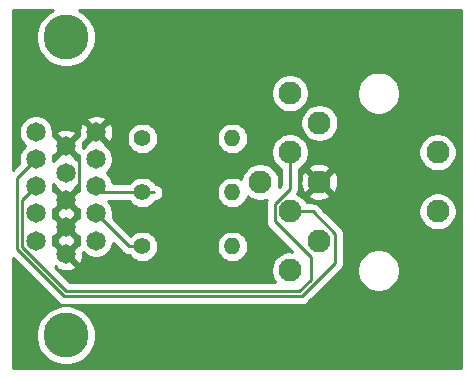
<source format=gbr>
G04 #@! TF.GenerationSoftware,KiCad,Pcbnew,(5.1.8-0-10_14)*
G04 #@! TF.CreationDate,2021-12-04T19:30:23-07:00*
G04 #@! TF.ProjectId,PC8801mkII VGA,50433838-3031-46d6-9b49-49205647412e,rev?*
G04 #@! TF.SameCoordinates,Original*
G04 #@! TF.FileFunction,Copper,L2,Bot*
G04 #@! TF.FilePolarity,Positive*
%FSLAX46Y46*%
G04 Gerber Fmt 4.6, Leading zero omitted, Abs format (unit mm)*
G04 Created by KiCad (PCBNEW (5.1.8-0-10_14)) date 2021-12-04 19:30:23*
%MOMM*%
%LPD*%
G01*
G04 APERTURE LIST*
G04 #@! TA.AperFunction,ComponentPad*
%ADD10C,1.651000*%
G04 #@! TD*
G04 #@! TA.AperFunction,ComponentPad*
%ADD11C,3.810000*%
G04 #@! TD*
G04 #@! TA.AperFunction,ComponentPad*
%ADD12O,1.400000X1.400000*%
G04 #@! TD*
G04 #@! TA.AperFunction,ComponentPad*
%ADD13C,1.400000*%
G04 #@! TD*
G04 #@! TA.AperFunction,ComponentPad*
%ADD14C,1.950000*%
G04 #@! TD*
G04 #@! TA.AperFunction,ViaPad*
%ADD15C,0.800000*%
G04 #@! TD*
G04 #@! TA.AperFunction,Conductor*
%ADD16C,0.250000*%
G04 #@! TD*
G04 #@! TA.AperFunction,Conductor*
%ADD17C,0.254000*%
G04 #@! TD*
G04 #@! TA.AperFunction,Conductor*
%ADD18C,0.100000*%
G04 #@! TD*
G04 APERTURE END LIST*
D10*
X177927000Y-103124000D03*
X177927000Y-105414000D03*
X177927000Y-107704001D03*
X177927000Y-109993999D03*
X177927000Y-112283999D03*
X180467000Y-104267000D03*
X180467000Y-106557000D03*
X180467000Y-108847001D03*
X180467000Y-111136999D03*
X180467000Y-113426999D03*
X183007000Y-103124000D03*
X183007000Y-105414064D03*
X183007000Y-107704128D03*
X183007000Y-109994192D03*
X183007000Y-112284256D03*
D11*
X180467000Y-95072200D03*
X180467000Y-120319800D03*
D12*
X194564000Y-103632000D03*
D13*
X186944000Y-103632000D03*
X186944000Y-112776000D03*
D12*
X194564000Y-112776000D03*
X194564000Y-108204000D03*
D13*
X186944000Y-108204000D03*
D14*
X201930000Y-107315000D03*
X199430000Y-109815000D03*
X201930000Y-102315000D03*
X199430000Y-104815000D03*
X201930000Y-112315000D03*
X211930000Y-109815000D03*
X211930000Y-104815000D03*
X199430000Y-99815000D03*
X199430000Y-114815000D03*
X196930000Y-107315000D03*
D15*
X187198000Y-110617000D03*
X187071000Y-105918000D03*
X187071000Y-101346000D03*
D16*
X177101501Y-106239499D02*
X177927000Y-105414000D01*
X176326489Y-113022640D02*
X176326489Y-107014511D01*
X200426802Y-117015020D02*
X180318868Y-117015019D01*
X203230001Y-114211821D02*
X200426802Y-117015020D01*
X201354002Y-109815000D02*
X203230001Y-111690999D01*
X176326489Y-107014511D02*
X177101501Y-106239499D01*
X180318868Y-117015019D02*
X176326489Y-113022640D01*
X203230001Y-111690999D02*
X203230001Y-114211821D01*
X199430000Y-109815000D02*
X201354002Y-109815000D01*
X176776499Y-112836240D02*
X176776499Y-108854502D01*
X180505269Y-116565010D02*
X176776499Y-112836240D01*
X200240402Y-116565010D02*
X180505269Y-116565010D01*
X201180010Y-115625402D02*
X200240402Y-116565010D01*
X201180011Y-113675601D02*
X201180010Y-115625402D01*
X177101501Y-108529500D02*
X177927000Y-107704001D01*
X176776499Y-108854502D02*
X177101501Y-108529500D01*
X199430000Y-104815000D02*
X199430000Y-107890998D01*
X198129999Y-110625589D02*
X201180011Y-113675601D01*
X198129999Y-109190999D02*
X198129999Y-110625589D01*
X199430000Y-107890998D02*
X198129999Y-109190999D01*
X181292499Y-105092499D02*
X180467000Y-104267000D01*
X181617501Y-105417501D02*
X181292499Y-105092499D01*
X181617501Y-107696500D02*
X181617501Y-105417501D01*
X180467000Y-108847001D02*
X181617501Y-107696500D01*
X185788808Y-112776000D02*
X183007000Y-109994192D01*
X186944000Y-112776000D02*
X185788808Y-112776000D01*
X183506872Y-108204000D02*
X183007000Y-107704128D01*
X187960000Y-108204000D02*
X183506872Y-108204000D01*
D17*
X179263859Y-92821281D02*
X178847844Y-93099253D01*
X178494053Y-93453044D01*
X178216081Y-93869059D01*
X178024611Y-94331309D01*
X177927000Y-94822032D01*
X177927000Y-95322368D01*
X178024611Y-95813091D01*
X178216081Y-96275341D01*
X178494053Y-96691356D01*
X178847844Y-97045147D01*
X179263859Y-97323119D01*
X179726109Y-97514589D01*
X180216832Y-97612200D01*
X180717168Y-97612200D01*
X181207891Y-97514589D01*
X181670141Y-97323119D01*
X182086156Y-97045147D01*
X182439947Y-96691356D01*
X182717919Y-96275341D01*
X182909389Y-95813091D01*
X183007000Y-95322368D01*
X183007000Y-94822032D01*
X182909389Y-94331309D01*
X182717919Y-93869059D01*
X182439947Y-93453044D01*
X182086156Y-93099253D01*
X181670141Y-92821281D01*
X181582551Y-92785000D01*
X213920001Y-92785000D01*
X213920000Y-123115000D01*
X175970000Y-123115000D01*
X175970000Y-120069632D01*
X177927000Y-120069632D01*
X177927000Y-120569968D01*
X178024611Y-121060691D01*
X178216081Y-121522941D01*
X178494053Y-121938956D01*
X178847844Y-122292747D01*
X179263859Y-122570719D01*
X179726109Y-122762189D01*
X180216832Y-122859800D01*
X180717168Y-122859800D01*
X181207891Y-122762189D01*
X181670141Y-122570719D01*
X182086156Y-122292747D01*
X182439947Y-121938956D01*
X182717919Y-121522941D01*
X182909389Y-121060691D01*
X183007000Y-120569968D01*
X183007000Y-120069632D01*
X182909389Y-119578909D01*
X182717919Y-119116659D01*
X182439947Y-118700644D01*
X182086156Y-118346853D01*
X181670141Y-118068881D01*
X181207891Y-117877411D01*
X180717168Y-117779800D01*
X180216832Y-117779800D01*
X179726109Y-117877411D01*
X179263859Y-118068881D01*
X178847844Y-118346853D01*
X178494053Y-118700644D01*
X178216081Y-119116659D01*
X178024611Y-119578909D01*
X177927000Y-120069632D01*
X175970000Y-120069632D01*
X175970000Y-113740952D01*
X179755073Y-117526026D01*
X179778867Y-117555019D01*
X179807860Y-117578813D01*
X179807865Y-117578818D01*
X179894592Y-117649993D01*
X180026621Y-117720565D01*
X180169882Y-117764022D01*
X180318868Y-117778696D01*
X180356211Y-117775018D01*
X200389480Y-117775020D01*
X200426802Y-117778696D01*
X200464124Y-117775020D01*
X200464134Y-117775020D01*
X200575787Y-117764023D01*
X200719048Y-117720566D01*
X200719052Y-117720564D01*
X200851078Y-117649994D01*
X200937804Y-117578819D01*
X200937805Y-117578818D01*
X200966802Y-117555021D01*
X200990600Y-117526023D01*
X203741004Y-114775620D01*
X203770002Y-114751822D01*
X203825268Y-114684480D01*
X203864975Y-114636098D01*
X203865953Y-114634268D01*
X205095000Y-114634268D01*
X205095000Y-114995732D01*
X205165518Y-115350250D01*
X205303844Y-115684199D01*
X205504662Y-115984744D01*
X205760256Y-116240338D01*
X206060801Y-116441156D01*
X206394750Y-116579482D01*
X206749268Y-116650000D01*
X207110732Y-116650000D01*
X207465250Y-116579482D01*
X207799199Y-116441156D01*
X208099744Y-116240338D01*
X208355338Y-115984744D01*
X208556156Y-115684199D01*
X208694482Y-115350250D01*
X208765000Y-114995732D01*
X208765000Y-114634268D01*
X208694482Y-114279750D01*
X208556156Y-113945801D01*
X208355338Y-113645256D01*
X208099744Y-113389662D01*
X207799199Y-113188844D01*
X207465250Y-113050518D01*
X207110732Y-112980000D01*
X206749268Y-112980000D01*
X206394750Y-113050518D01*
X206060801Y-113188844D01*
X205760256Y-113389662D01*
X205504662Y-113645256D01*
X205303844Y-113945801D01*
X205165518Y-114279750D01*
X205095000Y-114634268D01*
X203865953Y-114634268D01*
X203935547Y-114504068D01*
X203979004Y-114360807D01*
X203990001Y-114249154D01*
X203990001Y-114249145D01*
X203993677Y-114211822D01*
X203990001Y-114174499D01*
X203990001Y-111728321D01*
X203993677Y-111690998D01*
X203990001Y-111653675D01*
X203990001Y-111653666D01*
X203979004Y-111542013D01*
X203935547Y-111398752D01*
X203864975Y-111266723D01*
X203770002Y-111150998D01*
X203741005Y-111127201D01*
X202270233Y-109656429D01*
X210320000Y-109656429D01*
X210320000Y-109973571D01*
X210381871Y-110284620D01*
X210503237Y-110577621D01*
X210679431Y-110841315D01*
X210903685Y-111065569D01*
X211167379Y-111241763D01*
X211460380Y-111363129D01*
X211771429Y-111425000D01*
X212088571Y-111425000D01*
X212399620Y-111363129D01*
X212692621Y-111241763D01*
X212956315Y-111065569D01*
X213180569Y-110841315D01*
X213356763Y-110577621D01*
X213478129Y-110284620D01*
X213540000Y-109973571D01*
X213540000Y-109656429D01*
X213478129Y-109345380D01*
X213356763Y-109052379D01*
X213180569Y-108788685D01*
X212956315Y-108564431D01*
X212692621Y-108388237D01*
X212399620Y-108266871D01*
X212088571Y-108205000D01*
X211771429Y-108205000D01*
X211460380Y-108266871D01*
X211167379Y-108388237D01*
X210903685Y-108564431D01*
X210679431Y-108788685D01*
X210503237Y-109052379D01*
X210381871Y-109345380D01*
X210320000Y-109656429D01*
X202270233Y-109656429D01*
X201917806Y-109304003D01*
X201894003Y-109274999D01*
X201778278Y-109180026D01*
X201646249Y-109109454D01*
X201502988Y-109065997D01*
X201391335Y-109055000D01*
X201391324Y-109055000D01*
X201354002Y-109051324D01*
X201316680Y-109055000D01*
X200857849Y-109055000D01*
X200856763Y-109052379D01*
X200680569Y-108788685D01*
X200456315Y-108564431D01*
X200258992Y-108432584D01*
X200992021Y-108432584D01*
X201084766Y-108694429D01*
X201370120Y-108832820D01*
X201676990Y-108912883D01*
X201993584Y-108931540D01*
X202307733Y-108888074D01*
X202607367Y-108784156D01*
X202775234Y-108694429D01*
X202867979Y-108432584D01*
X201930000Y-107494605D01*
X200992021Y-108432584D01*
X200258992Y-108432584D01*
X200192621Y-108388237D01*
X200052670Y-108330267D01*
X200064974Y-108315275D01*
X200135546Y-108183245D01*
X200151693Y-108130013D01*
X200179003Y-108039984D01*
X200190000Y-107928331D01*
X200190000Y-107928322D01*
X200193676Y-107890999D01*
X200190000Y-107853676D01*
X200190000Y-107378584D01*
X200313460Y-107378584D01*
X200356926Y-107692733D01*
X200460844Y-107992367D01*
X200550571Y-108160234D01*
X200812416Y-108252979D01*
X201750395Y-107315000D01*
X202109605Y-107315000D01*
X203047584Y-108252979D01*
X203309429Y-108160234D01*
X203447820Y-107874880D01*
X203527883Y-107568010D01*
X203546540Y-107251416D01*
X203503074Y-106937267D01*
X203399156Y-106637633D01*
X203309429Y-106469766D01*
X203047584Y-106377021D01*
X202109605Y-107315000D01*
X201750395Y-107315000D01*
X200812416Y-106377021D01*
X200550571Y-106469766D01*
X200412180Y-106755120D01*
X200332117Y-107061990D01*
X200313460Y-107378584D01*
X200190000Y-107378584D01*
X200190000Y-106242849D01*
X200192621Y-106241763D01*
X200258991Y-106197416D01*
X200992021Y-106197416D01*
X201930000Y-107135395D01*
X202867979Y-106197416D01*
X202775234Y-105935571D01*
X202489880Y-105797180D01*
X202183010Y-105717117D01*
X201866416Y-105698460D01*
X201552267Y-105741926D01*
X201252633Y-105845844D01*
X201084766Y-105935571D01*
X200992021Y-106197416D01*
X200258991Y-106197416D01*
X200456315Y-106065569D01*
X200680569Y-105841315D01*
X200856763Y-105577621D01*
X200978129Y-105284620D01*
X201040000Y-104973571D01*
X201040000Y-104656429D01*
X210320000Y-104656429D01*
X210320000Y-104973571D01*
X210381871Y-105284620D01*
X210503237Y-105577621D01*
X210679431Y-105841315D01*
X210903685Y-106065569D01*
X211167379Y-106241763D01*
X211460380Y-106363129D01*
X211771429Y-106425000D01*
X212088571Y-106425000D01*
X212399620Y-106363129D01*
X212692621Y-106241763D01*
X212956315Y-106065569D01*
X213180569Y-105841315D01*
X213356763Y-105577621D01*
X213478129Y-105284620D01*
X213540000Y-104973571D01*
X213540000Y-104656429D01*
X213478129Y-104345380D01*
X213356763Y-104052379D01*
X213180569Y-103788685D01*
X212956315Y-103564431D01*
X212692621Y-103388237D01*
X212399620Y-103266871D01*
X212088571Y-103205000D01*
X211771429Y-103205000D01*
X211460380Y-103266871D01*
X211167379Y-103388237D01*
X210903685Y-103564431D01*
X210679431Y-103788685D01*
X210503237Y-104052379D01*
X210381871Y-104345380D01*
X210320000Y-104656429D01*
X201040000Y-104656429D01*
X200978129Y-104345380D01*
X200856763Y-104052379D01*
X200680569Y-103788685D01*
X200456315Y-103564431D01*
X200192621Y-103388237D01*
X199899620Y-103266871D01*
X199588571Y-103205000D01*
X199271429Y-103205000D01*
X198960380Y-103266871D01*
X198667379Y-103388237D01*
X198403685Y-103564431D01*
X198179431Y-103788685D01*
X198003237Y-104052379D01*
X197881871Y-104345380D01*
X197820000Y-104656429D01*
X197820000Y-104973571D01*
X197881871Y-105284620D01*
X198003237Y-105577621D01*
X198179431Y-105841315D01*
X198403685Y-106065569D01*
X198667379Y-106241763D01*
X198670000Y-106242849D01*
X198670001Y-107576195D01*
X198482239Y-107763957D01*
X198540000Y-107473571D01*
X198540000Y-107156429D01*
X198478129Y-106845380D01*
X198356763Y-106552379D01*
X198180569Y-106288685D01*
X197956315Y-106064431D01*
X197692621Y-105888237D01*
X197399620Y-105766871D01*
X197088571Y-105705000D01*
X196771429Y-105705000D01*
X196460380Y-105766871D01*
X196167379Y-105888237D01*
X195903685Y-106064431D01*
X195679431Y-106288685D01*
X195503237Y-106552379D01*
X195381871Y-106845380D01*
X195329284Y-107109756D01*
X195196359Y-107020939D01*
X194953405Y-106920304D01*
X194695486Y-106869000D01*
X194432514Y-106869000D01*
X194174595Y-106920304D01*
X193931641Y-107020939D01*
X193712987Y-107167038D01*
X193527038Y-107352987D01*
X193380939Y-107571641D01*
X193280304Y-107814595D01*
X193229000Y-108072514D01*
X193229000Y-108335486D01*
X193280304Y-108593405D01*
X193380939Y-108836359D01*
X193527038Y-109055013D01*
X193712987Y-109240962D01*
X193931641Y-109387061D01*
X194174595Y-109487696D01*
X194432514Y-109539000D01*
X194695486Y-109539000D01*
X194953405Y-109487696D01*
X195196359Y-109387061D01*
X195415013Y-109240962D01*
X195600962Y-109055013D01*
X195747061Y-108836359D01*
X195847696Y-108593405D01*
X195861604Y-108523488D01*
X195903685Y-108565569D01*
X196167379Y-108741763D01*
X196460380Y-108863129D01*
X196771429Y-108925000D01*
X197088571Y-108925000D01*
X197399620Y-108863129D01*
X197455971Y-108839787D01*
X197445302Y-108859747D01*
X197424453Y-108898753D01*
X197380996Y-109042014D01*
X197369999Y-109153667D01*
X197369999Y-109153677D01*
X197366323Y-109190999D01*
X197369999Y-109228322D01*
X197370000Y-110588257D01*
X197366323Y-110625589D01*
X197380997Y-110774574D01*
X197424453Y-110917835D01*
X197495025Y-111049865D01*
X197559514Y-111128444D01*
X197589999Y-111165590D01*
X197618997Y-111189388D01*
X199646039Y-113216431D01*
X199588571Y-113205000D01*
X199271429Y-113205000D01*
X198960380Y-113266871D01*
X198667379Y-113388237D01*
X198403685Y-113564431D01*
X198179431Y-113788685D01*
X198003237Y-114052379D01*
X197881871Y-114345380D01*
X197820000Y-114656429D01*
X197820000Y-114973571D01*
X197881871Y-115284620D01*
X198003237Y-115577621D01*
X198155173Y-115805010D01*
X180820071Y-115805010D01*
X179544334Y-114529273D01*
X179635697Y-114437910D01*
X179710367Y-114684480D01*
X179970228Y-114807930D01*
X180249180Y-114878312D01*
X180536502Y-114892920D01*
X180821154Y-114851193D01*
X181092196Y-114754736D01*
X181223633Y-114684480D01*
X181298304Y-114437908D01*
X180467000Y-113606604D01*
X180452858Y-113620747D01*
X180273253Y-113441142D01*
X180287395Y-113426999D01*
X179456091Y-112595695D01*
X179347576Y-112628557D01*
X179387500Y-112427846D01*
X179387500Y-112147908D01*
X179635696Y-112147908D01*
X179676304Y-112281999D01*
X179635696Y-112416090D01*
X180467000Y-113247394D01*
X181298304Y-112416090D01*
X181257696Y-112281999D01*
X181298304Y-112147908D01*
X180467000Y-111316604D01*
X179635696Y-112147908D01*
X179387500Y-112147908D01*
X179387500Y-112140152D01*
X179346729Y-111935184D01*
X179456091Y-111968303D01*
X180287395Y-111136999D01*
X179456091Y-110305695D01*
X179347576Y-110338557D01*
X179387500Y-110137846D01*
X179387500Y-109857910D01*
X179635696Y-109857910D01*
X179676303Y-109992000D01*
X179635696Y-110126090D01*
X180467000Y-110957394D01*
X181298304Y-110126090D01*
X181257697Y-109992000D01*
X181298304Y-109857910D01*
X180467000Y-109026606D01*
X179635696Y-109857910D01*
X179387500Y-109857910D01*
X179387500Y-109850152D01*
X179346730Y-109645186D01*
X179456091Y-109678305D01*
X180287395Y-108847001D01*
X179456091Y-108015697D01*
X179347576Y-108048559D01*
X179387500Y-107847848D01*
X179387500Y-107560154D01*
X179383231Y-107538691D01*
X179535985Y-107691445D01*
X179655348Y-107771200D01*
X179635696Y-107836092D01*
X180467000Y-108667396D01*
X181298304Y-107836092D01*
X181278652Y-107771200D01*
X181398015Y-107691445D01*
X181550801Y-107538659D01*
X181546500Y-107560281D01*
X181546500Y-107847975D01*
X181586397Y-108048551D01*
X181477909Y-108015697D01*
X180646605Y-108847001D01*
X181477909Y-109678305D01*
X181587311Y-109645174D01*
X181546500Y-109850345D01*
X181546500Y-110138039D01*
X181586383Y-110338545D01*
X181477909Y-110305695D01*
X180646605Y-111136999D01*
X181477909Y-111968303D01*
X181587325Y-111935168D01*
X181546500Y-112140409D01*
X181546500Y-112428103D01*
X181586369Y-112628541D01*
X181477909Y-112595695D01*
X180646605Y-113426999D01*
X181477909Y-114258303D01*
X181724481Y-114183632D01*
X181847931Y-113923771D01*
X181918313Y-113644819D01*
X181932921Y-113357497D01*
X181918860Y-113261576D01*
X182075985Y-113418701D01*
X182315194Y-113578535D01*
X182580988Y-113688630D01*
X182863153Y-113744756D01*
X183150847Y-113744756D01*
X183433012Y-113688630D01*
X183698806Y-113578535D01*
X183938015Y-113418701D01*
X184141445Y-113215271D01*
X184301279Y-112976062D01*
X184411374Y-112710268D01*
X184450678Y-112512672D01*
X185225009Y-113287003D01*
X185248807Y-113316001D01*
X185277805Y-113339799D01*
X185364532Y-113410974D01*
X185496561Y-113481546D01*
X185639822Y-113525003D01*
X185788808Y-113539677D01*
X185826141Y-113536000D01*
X185846225Y-113536000D01*
X185907038Y-113627013D01*
X186092987Y-113812962D01*
X186311641Y-113959061D01*
X186554595Y-114059696D01*
X186812514Y-114111000D01*
X187075486Y-114111000D01*
X187333405Y-114059696D01*
X187576359Y-113959061D01*
X187795013Y-113812962D01*
X187980962Y-113627013D01*
X188127061Y-113408359D01*
X188227696Y-113165405D01*
X188279000Y-112907486D01*
X188279000Y-112644514D01*
X193229000Y-112644514D01*
X193229000Y-112907486D01*
X193280304Y-113165405D01*
X193380939Y-113408359D01*
X193527038Y-113627013D01*
X193712987Y-113812962D01*
X193931641Y-113959061D01*
X194174595Y-114059696D01*
X194432514Y-114111000D01*
X194695486Y-114111000D01*
X194953405Y-114059696D01*
X195196359Y-113959061D01*
X195415013Y-113812962D01*
X195600962Y-113627013D01*
X195747061Y-113408359D01*
X195847696Y-113165405D01*
X195899000Y-112907486D01*
X195899000Y-112644514D01*
X195847696Y-112386595D01*
X195747061Y-112143641D01*
X195600962Y-111924987D01*
X195415013Y-111739038D01*
X195196359Y-111592939D01*
X194953405Y-111492304D01*
X194695486Y-111441000D01*
X194432514Y-111441000D01*
X194174595Y-111492304D01*
X193931641Y-111592939D01*
X193712987Y-111739038D01*
X193527038Y-111924987D01*
X193380939Y-112143641D01*
X193280304Y-112386595D01*
X193229000Y-112644514D01*
X188279000Y-112644514D01*
X188227696Y-112386595D01*
X188127061Y-112143641D01*
X187980962Y-111924987D01*
X187795013Y-111739038D01*
X187576359Y-111592939D01*
X187333405Y-111492304D01*
X187075486Y-111441000D01*
X186812514Y-111441000D01*
X186554595Y-111492304D01*
X186311641Y-111592939D01*
X186092987Y-111739038D01*
X185959817Y-111872208D01*
X184427374Y-110339765D01*
X184467500Y-110138039D01*
X184467500Y-109850345D01*
X184411374Y-109568180D01*
X184301279Y-109302386D01*
X184141445Y-109063177D01*
X184042268Y-108964000D01*
X185846225Y-108964000D01*
X185907038Y-109055013D01*
X186092987Y-109240962D01*
X186311641Y-109387061D01*
X186554595Y-109487696D01*
X186812514Y-109539000D01*
X187075486Y-109539000D01*
X187333405Y-109487696D01*
X187576359Y-109387061D01*
X187795013Y-109240962D01*
X187980962Y-109055013D01*
X188044905Y-108959314D01*
X188108986Y-108953003D01*
X188252247Y-108909546D01*
X188384276Y-108838974D01*
X188500001Y-108744001D01*
X188594974Y-108628276D01*
X188665546Y-108496247D01*
X188709003Y-108352986D01*
X188723677Y-108204000D01*
X188709003Y-108055014D01*
X188665546Y-107911753D01*
X188594974Y-107779724D01*
X188500001Y-107663999D01*
X188384276Y-107569026D01*
X188252247Y-107498454D01*
X188108986Y-107454997D01*
X188044905Y-107448686D01*
X187980962Y-107352987D01*
X187795013Y-107167038D01*
X187576359Y-107020939D01*
X187333405Y-106920304D01*
X187075486Y-106869000D01*
X186812514Y-106869000D01*
X186554595Y-106920304D01*
X186311641Y-107020939D01*
X186092987Y-107167038D01*
X185907038Y-107352987D01*
X185846225Y-107444000D01*
X184444370Y-107444000D01*
X184411374Y-107278116D01*
X184301279Y-107012322D01*
X184141445Y-106773113D01*
X183938015Y-106569683D01*
X183922170Y-106559096D01*
X183938015Y-106548509D01*
X184141445Y-106345079D01*
X184301279Y-106105870D01*
X184411374Y-105840076D01*
X184467500Y-105557911D01*
X184467500Y-105270217D01*
X184411374Y-104988052D01*
X184301279Y-104722258D01*
X184141445Y-104483049D01*
X183938015Y-104279619D01*
X183818637Y-104199853D01*
X183838304Y-104134909D01*
X183007000Y-103303605D01*
X182175696Y-104134909D01*
X182195363Y-104199853D01*
X182075985Y-104279619D01*
X181920859Y-104434745D01*
X181932921Y-104197498D01*
X181892834Y-103924034D01*
X181996091Y-103955304D01*
X182827395Y-103124000D01*
X183186605Y-103124000D01*
X184017909Y-103955304D01*
X184264481Y-103880633D01*
X184387931Y-103620772D01*
X184418273Y-103500514D01*
X185609000Y-103500514D01*
X185609000Y-103763486D01*
X185660304Y-104021405D01*
X185760939Y-104264359D01*
X185907038Y-104483013D01*
X186092987Y-104668962D01*
X186311641Y-104815061D01*
X186554595Y-104915696D01*
X186812514Y-104967000D01*
X187075486Y-104967000D01*
X187333405Y-104915696D01*
X187576359Y-104815061D01*
X187795013Y-104668962D01*
X187980962Y-104483013D01*
X188127061Y-104264359D01*
X188227696Y-104021405D01*
X188279000Y-103763486D01*
X188279000Y-103500514D01*
X193229000Y-103500514D01*
X193229000Y-103763486D01*
X193280304Y-104021405D01*
X193380939Y-104264359D01*
X193527038Y-104483013D01*
X193712987Y-104668962D01*
X193931641Y-104815061D01*
X194174595Y-104915696D01*
X194432514Y-104967000D01*
X194695486Y-104967000D01*
X194953405Y-104915696D01*
X195196359Y-104815061D01*
X195415013Y-104668962D01*
X195600962Y-104483013D01*
X195747061Y-104264359D01*
X195847696Y-104021405D01*
X195899000Y-103763486D01*
X195899000Y-103500514D01*
X195847696Y-103242595D01*
X195747061Y-102999641D01*
X195600962Y-102780987D01*
X195415013Y-102595038D01*
X195196359Y-102448939D01*
X194953405Y-102348304D01*
X194695486Y-102297000D01*
X194432514Y-102297000D01*
X194174595Y-102348304D01*
X193931641Y-102448939D01*
X193712987Y-102595038D01*
X193527038Y-102780987D01*
X193380939Y-102999641D01*
X193280304Y-103242595D01*
X193229000Y-103500514D01*
X188279000Y-103500514D01*
X188227696Y-103242595D01*
X188127061Y-102999641D01*
X187980962Y-102780987D01*
X187795013Y-102595038D01*
X187576359Y-102448939D01*
X187333405Y-102348304D01*
X187075486Y-102297000D01*
X186812514Y-102297000D01*
X186554595Y-102348304D01*
X186311641Y-102448939D01*
X186092987Y-102595038D01*
X185907038Y-102780987D01*
X185760939Y-102999641D01*
X185660304Y-103242595D01*
X185609000Y-103500514D01*
X184418273Y-103500514D01*
X184458313Y-103341820D01*
X184472921Y-103054498D01*
X184431194Y-102769846D01*
X184334737Y-102498804D01*
X184264481Y-102367367D01*
X184017909Y-102292696D01*
X183186605Y-103124000D01*
X182827395Y-103124000D01*
X181996091Y-102292696D01*
X181749519Y-102367367D01*
X181626069Y-102627228D01*
X181555687Y-102906180D01*
X181541079Y-103193502D01*
X181581166Y-103466966D01*
X181477909Y-103435696D01*
X180646605Y-104267000D01*
X181477909Y-105098304D01*
X181587284Y-105065181D01*
X181546500Y-105270217D01*
X181546500Y-105557911D01*
X181549760Y-105574300D01*
X181398015Y-105422555D01*
X181278653Y-105342800D01*
X181298304Y-105277909D01*
X180467000Y-104446605D01*
X179635696Y-105277909D01*
X179655347Y-105342800D01*
X179535985Y-105422555D01*
X179384224Y-105574316D01*
X179387500Y-105557847D01*
X179387500Y-105270153D01*
X179346729Y-105065185D01*
X179456091Y-105098304D01*
X180287395Y-104267000D01*
X179456091Y-103435696D01*
X179347576Y-103468558D01*
X179387500Y-103267847D01*
X179387500Y-103256091D01*
X179635696Y-103256091D01*
X180467000Y-104087395D01*
X181298304Y-103256091D01*
X181223633Y-103009519D01*
X180963772Y-102886069D01*
X180684820Y-102815687D01*
X180397498Y-102801079D01*
X180112846Y-102842806D01*
X179841804Y-102939263D01*
X179710367Y-103009519D01*
X179635696Y-103256091D01*
X179387500Y-103256091D01*
X179387500Y-102980153D01*
X179331374Y-102697988D01*
X179221279Y-102432194D01*
X179061445Y-102192985D01*
X178981551Y-102113091D01*
X182175696Y-102113091D01*
X183007000Y-102944395D01*
X183794966Y-102156429D01*
X200320000Y-102156429D01*
X200320000Y-102473571D01*
X200381871Y-102784620D01*
X200503237Y-103077621D01*
X200679431Y-103341315D01*
X200903685Y-103565569D01*
X201167379Y-103741763D01*
X201460380Y-103863129D01*
X201771429Y-103925000D01*
X202088571Y-103925000D01*
X202399620Y-103863129D01*
X202692621Y-103741763D01*
X202956315Y-103565569D01*
X203180569Y-103341315D01*
X203356763Y-103077621D01*
X203478129Y-102784620D01*
X203540000Y-102473571D01*
X203540000Y-102156429D01*
X203478129Y-101845380D01*
X203356763Y-101552379D01*
X203180569Y-101288685D01*
X202956315Y-101064431D01*
X202692621Y-100888237D01*
X202399620Y-100766871D01*
X202088571Y-100705000D01*
X201771429Y-100705000D01*
X201460380Y-100766871D01*
X201167379Y-100888237D01*
X200903685Y-101064431D01*
X200679431Y-101288685D01*
X200503237Y-101552379D01*
X200381871Y-101845380D01*
X200320000Y-102156429D01*
X183794966Y-102156429D01*
X183838304Y-102113091D01*
X183763633Y-101866519D01*
X183503772Y-101743069D01*
X183224820Y-101672687D01*
X182937498Y-101658079D01*
X182652846Y-101699806D01*
X182381804Y-101796263D01*
X182250367Y-101866519D01*
X182175696Y-102113091D01*
X178981551Y-102113091D01*
X178858015Y-101989555D01*
X178618806Y-101829721D01*
X178353012Y-101719626D01*
X178070847Y-101663500D01*
X177783153Y-101663500D01*
X177500988Y-101719626D01*
X177235194Y-101829721D01*
X176995985Y-101989555D01*
X176792555Y-102192985D01*
X176632721Y-102432194D01*
X176522626Y-102697988D01*
X176466500Y-102980153D01*
X176466500Y-103267847D01*
X176522626Y-103550012D01*
X176632721Y-103815806D01*
X176792555Y-104055015D01*
X176995985Y-104258445D01*
X177011782Y-104269000D01*
X176995985Y-104279555D01*
X176792555Y-104482985D01*
X176632721Y-104722194D01*
X176522626Y-104987988D01*
X176466500Y-105270153D01*
X176466500Y-105557847D01*
X176506625Y-105759572D01*
X175970000Y-106296198D01*
X175970000Y-99656429D01*
X197820000Y-99656429D01*
X197820000Y-99973571D01*
X197881871Y-100284620D01*
X198003237Y-100577621D01*
X198179431Y-100841315D01*
X198403685Y-101065569D01*
X198667379Y-101241763D01*
X198960380Y-101363129D01*
X199271429Y-101425000D01*
X199588571Y-101425000D01*
X199899620Y-101363129D01*
X200192621Y-101241763D01*
X200456315Y-101065569D01*
X200680569Y-100841315D01*
X200856763Y-100577621D01*
X200978129Y-100284620D01*
X201040000Y-99973571D01*
X201040000Y-99656429D01*
X201035592Y-99634268D01*
X205095000Y-99634268D01*
X205095000Y-99995732D01*
X205165518Y-100350250D01*
X205303844Y-100684199D01*
X205504662Y-100984744D01*
X205760256Y-101240338D01*
X206060801Y-101441156D01*
X206394750Y-101579482D01*
X206749268Y-101650000D01*
X207110732Y-101650000D01*
X207465250Y-101579482D01*
X207799199Y-101441156D01*
X208099744Y-101240338D01*
X208355338Y-100984744D01*
X208556156Y-100684199D01*
X208694482Y-100350250D01*
X208765000Y-99995732D01*
X208765000Y-99634268D01*
X208694482Y-99279750D01*
X208556156Y-98945801D01*
X208355338Y-98645256D01*
X208099744Y-98389662D01*
X207799199Y-98188844D01*
X207465250Y-98050518D01*
X207110732Y-97980000D01*
X206749268Y-97980000D01*
X206394750Y-98050518D01*
X206060801Y-98188844D01*
X205760256Y-98389662D01*
X205504662Y-98645256D01*
X205303844Y-98945801D01*
X205165518Y-99279750D01*
X205095000Y-99634268D01*
X201035592Y-99634268D01*
X200978129Y-99345380D01*
X200856763Y-99052379D01*
X200680569Y-98788685D01*
X200456315Y-98564431D01*
X200192621Y-98388237D01*
X199899620Y-98266871D01*
X199588571Y-98205000D01*
X199271429Y-98205000D01*
X198960380Y-98266871D01*
X198667379Y-98388237D01*
X198403685Y-98564431D01*
X198179431Y-98788685D01*
X198003237Y-99052379D01*
X197881871Y-99345380D01*
X197820000Y-99656429D01*
X175970000Y-99656429D01*
X175970000Y-92785000D01*
X179351449Y-92785000D01*
X179263859Y-92821281D01*
G04 #@! TA.AperFunction,Conductor*
D18*
G36*
X179263859Y-92821281D02*
G01*
X178847844Y-93099253D01*
X178494053Y-93453044D01*
X178216081Y-93869059D01*
X178024611Y-94331309D01*
X177927000Y-94822032D01*
X177927000Y-95322368D01*
X178024611Y-95813091D01*
X178216081Y-96275341D01*
X178494053Y-96691356D01*
X178847844Y-97045147D01*
X179263859Y-97323119D01*
X179726109Y-97514589D01*
X180216832Y-97612200D01*
X180717168Y-97612200D01*
X181207891Y-97514589D01*
X181670141Y-97323119D01*
X182086156Y-97045147D01*
X182439947Y-96691356D01*
X182717919Y-96275341D01*
X182909389Y-95813091D01*
X183007000Y-95322368D01*
X183007000Y-94822032D01*
X182909389Y-94331309D01*
X182717919Y-93869059D01*
X182439947Y-93453044D01*
X182086156Y-93099253D01*
X181670141Y-92821281D01*
X181582551Y-92785000D01*
X213920001Y-92785000D01*
X213920000Y-123115000D01*
X175970000Y-123115000D01*
X175970000Y-120069632D01*
X177927000Y-120069632D01*
X177927000Y-120569968D01*
X178024611Y-121060691D01*
X178216081Y-121522941D01*
X178494053Y-121938956D01*
X178847844Y-122292747D01*
X179263859Y-122570719D01*
X179726109Y-122762189D01*
X180216832Y-122859800D01*
X180717168Y-122859800D01*
X181207891Y-122762189D01*
X181670141Y-122570719D01*
X182086156Y-122292747D01*
X182439947Y-121938956D01*
X182717919Y-121522941D01*
X182909389Y-121060691D01*
X183007000Y-120569968D01*
X183007000Y-120069632D01*
X182909389Y-119578909D01*
X182717919Y-119116659D01*
X182439947Y-118700644D01*
X182086156Y-118346853D01*
X181670141Y-118068881D01*
X181207891Y-117877411D01*
X180717168Y-117779800D01*
X180216832Y-117779800D01*
X179726109Y-117877411D01*
X179263859Y-118068881D01*
X178847844Y-118346853D01*
X178494053Y-118700644D01*
X178216081Y-119116659D01*
X178024611Y-119578909D01*
X177927000Y-120069632D01*
X175970000Y-120069632D01*
X175970000Y-113740952D01*
X179755073Y-117526026D01*
X179778867Y-117555019D01*
X179807860Y-117578813D01*
X179807865Y-117578818D01*
X179894592Y-117649993D01*
X180026621Y-117720565D01*
X180169882Y-117764022D01*
X180318868Y-117778696D01*
X180356211Y-117775018D01*
X200389480Y-117775020D01*
X200426802Y-117778696D01*
X200464124Y-117775020D01*
X200464134Y-117775020D01*
X200575787Y-117764023D01*
X200719048Y-117720566D01*
X200719052Y-117720564D01*
X200851078Y-117649994D01*
X200937804Y-117578819D01*
X200937805Y-117578818D01*
X200966802Y-117555021D01*
X200990600Y-117526023D01*
X203741004Y-114775620D01*
X203770002Y-114751822D01*
X203825268Y-114684480D01*
X203864975Y-114636098D01*
X203865953Y-114634268D01*
X205095000Y-114634268D01*
X205095000Y-114995732D01*
X205165518Y-115350250D01*
X205303844Y-115684199D01*
X205504662Y-115984744D01*
X205760256Y-116240338D01*
X206060801Y-116441156D01*
X206394750Y-116579482D01*
X206749268Y-116650000D01*
X207110732Y-116650000D01*
X207465250Y-116579482D01*
X207799199Y-116441156D01*
X208099744Y-116240338D01*
X208355338Y-115984744D01*
X208556156Y-115684199D01*
X208694482Y-115350250D01*
X208765000Y-114995732D01*
X208765000Y-114634268D01*
X208694482Y-114279750D01*
X208556156Y-113945801D01*
X208355338Y-113645256D01*
X208099744Y-113389662D01*
X207799199Y-113188844D01*
X207465250Y-113050518D01*
X207110732Y-112980000D01*
X206749268Y-112980000D01*
X206394750Y-113050518D01*
X206060801Y-113188844D01*
X205760256Y-113389662D01*
X205504662Y-113645256D01*
X205303844Y-113945801D01*
X205165518Y-114279750D01*
X205095000Y-114634268D01*
X203865953Y-114634268D01*
X203935547Y-114504068D01*
X203979004Y-114360807D01*
X203990001Y-114249154D01*
X203990001Y-114249145D01*
X203993677Y-114211822D01*
X203990001Y-114174499D01*
X203990001Y-111728321D01*
X203993677Y-111690998D01*
X203990001Y-111653675D01*
X203990001Y-111653666D01*
X203979004Y-111542013D01*
X203935547Y-111398752D01*
X203864975Y-111266723D01*
X203770002Y-111150998D01*
X203741005Y-111127201D01*
X202270233Y-109656429D01*
X210320000Y-109656429D01*
X210320000Y-109973571D01*
X210381871Y-110284620D01*
X210503237Y-110577621D01*
X210679431Y-110841315D01*
X210903685Y-111065569D01*
X211167379Y-111241763D01*
X211460380Y-111363129D01*
X211771429Y-111425000D01*
X212088571Y-111425000D01*
X212399620Y-111363129D01*
X212692621Y-111241763D01*
X212956315Y-111065569D01*
X213180569Y-110841315D01*
X213356763Y-110577621D01*
X213478129Y-110284620D01*
X213540000Y-109973571D01*
X213540000Y-109656429D01*
X213478129Y-109345380D01*
X213356763Y-109052379D01*
X213180569Y-108788685D01*
X212956315Y-108564431D01*
X212692621Y-108388237D01*
X212399620Y-108266871D01*
X212088571Y-108205000D01*
X211771429Y-108205000D01*
X211460380Y-108266871D01*
X211167379Y-108388237D01*
X210903685Y-108564431D01*
X210679431Y-108788685D01*
X210503237Y-109052379D01*
X210381871Y-109345380D01*
X210320000Y-109656429D01*
X202270233Y-109656429D01*
X201917806Y-109304003D01*
X201894003Y-109274999D01*
X201778278Y-109180026D01*
X201646249Y-109109454D01*
X201502988Y-109065997D01*
X201391335Y-109055000D01*
X201391324Y-109055000D01*
X201354002Y-109051324D01*
X201316680Y-109055000D01*
X200857849Y-109055000D01*
X200856763Y-109052379D01*
X200680569Y-108788685D01*
X200456315Y-108564431D01*
X200258992Y-108432584D01*
X200992021Y-108432584D01*
X201084766Y-108694429D01*
X201370120Y-108832820D01*
X201676990Y-108912883D01*
X201993584Y-108931540D01*
X202307733Y-108888074D01*
X202607367Y-108784156D01*
X202775234Y-108694429D01*
X202867979Y-108432584D01*
X201930000Y-107494605D01*
X200992021Y-108432584D01*
X200258992Y-108432584D01*
X200192621Y-108388237D01*
X200052670Y-108330267D01*
X200064974Y-108315275D01*
X200135546Y-108183245D01*
X200151693Y-108130013D01*
X200179003Y-108039984D01*
X200190000Y-107928331D01*
X200190000Y-107928322D01*
X200193676Y-107890999D01*
X200190000Y-107853676D01*
X200190000Y-107378584D01*
X200313460Y-107378584D01*
X200356926Y-107692733D01*
X200460844Y-107992367D01*
X200550571Y-108160234D01*
X200812416Y-108252979D01*
X201750395Y-107315000D01*
X202109605Y-107315000D01*
X203047584Y-108252979D01*
X203309429Y-108160234D01*
X203447820Y-107874880D01*
X203527883Y-107568010D01*
X203546540Y-107251416D01*
X203503074Y-106937267D01*
X203399156Y-106637633D01*
X203309429Y-106469766D01*
X203047584Y-106377021D01*
X202109605Y-107315000D01*
X201750395Y-107315000D01*
X200812416Y-106377021D01*
X200550571Y-106469766D01*
X200412180Y-106755120D01*
X200332117Y-107061990D01*
X200313460Y-107378584D01*
X200190000Y-107378584D01*
X200190000Y-106242849D01*
X200192621Y-106241763D01*
X200258991Y-106197416D01*
X200992021Y-106197416D01*
X201930000Y-107135395D01*
X202867979Y-106197416D01*
X202775234Y-105935571D01*
X202489880Y-105797180D01*
X202183010Y-105717117D01*
X201866416Y-105698460D01*
X201552267Y-105741926D01*
X201252633Y-105845844D01*
X201084766Y-105935571D01*
X200992021Y-106197416D01*
X200258991Y-106197416D01*
X200456315Y-106065569D01*
X200680569Y-105841315D01*
X200856763Y-105577621D01*
X200978129Y-105284620D01*
X201040000Y-104973571D01*
X201040000Y-104656429D01*
X210320000Y-104656429D01*
X210320000Y-104973571D01*
X210381871Y-105284620D01*
X210503237Y-105577621D01*
X210679431Y-105841315D01*
X210903685Y-106065569D01*
X211167379Y-106241763D01*
X211460380Y-106363129D01*
X211771429Y-106425000D01*
X212088571Y-106425000D01*
X212399620Y-106363129D01*
X212692621Y-106241763D01*
X212956315Y-106065569D01*
X213180569Y-105841315D01*
X213356763Y-105577621D01*
X213478129Y-105284620D01*
X213540000Y-104973571D01*
X213540000Y-104656429D01*
X213478129Y-104345380D01*
X213356763Y-104052379D01*
X213180569Y-103788685D01*
X212956315Y-103564431D01*
X212692621Y-103388237D01*
X212399620Y-103266871D01*
X212088571Y-103205000D01*
X211771429Y-103205000D01*
X211460380Y-103266871D01*
X211167379Y-103388237D01*
X210903685Y-103564431D01*
X210679431Y-103788685D01*
X210503237Y-104052379D01*
X210381871Y-104345380D01*
X210320000Y-104656429D01*
X201040000Y-104656429D01*
X200978129Y-104345380D01*
X200856763Y-104052379D01*
X200680569Y-103788685D01*
X200456315Y-103564431D01*
X200192621Y-103388237D01*
X199899620Y-103266871D01*
X199588571Y-103205000D01*
X199271429Y-103205000D01*
X198960380Y-103266871D01*
X198667379Y-103388237D01*
X198403685Y-103564431D01*
X198179431Y-103788685D01*
X198003237Y-104052379D01*
X197881871Y-104345380D01*
X197820000Y-104656429D01*
X197820000Y-104973571D01*
X197881871Y-105284620D01*
X198003237Y-105577621D01*
X198179431Y-105841315D01*
X198403685Y-106065569D01*
X198667379Y-106241763D01*
X198670000Y-106242849D01*
X198670001Y-107576195D01*
X198482239Y-107763957D01*
X198540000Y-107473571D01*
X198540000Y-107156429D01*
X198478129Y-106845380D01*
X198356763Y-106552379D01*
X198180569Y-106288685D01*
X197956315Y-106064431D01*
X197692621Y-105888237D01*
X197399620Y-105766871D01*
X197088571Y-105705000D01*
X196771429Y-105705000D01*
X196460380Y-105766871D01*
X196167379Y-105888237D01*
X195903685Y-106064431D01*
X195679431Y-106288685D01*
X195503237Y-106552379D01*
X195381871Y-106845380D01*
X195329284Y-107109756D01*
X195196359Y-107020939D01*
X194953405Y-106920304D01*
X194695486Y-106869000D01*
X194432514Y-106869000D01*
X194174595Y-106920304D01*
X193931641Y-107020939D01*
X193712987Y-107167038D01*
X193527038Y-107352987D01*
X193380939Y-107571641D01*
X193280304Y-107814595D01*
X193229000Y-108072514D01*
X193229000Y-108335486D01*
X193280304Y-108593405D01*
X193380939Y-108836359D01*
X193527038Y-109055013D01*
X193712987Y-109240962D01*
X193931641Y-109387061D01*
X194174595Y-109487696D01*
X194432514Y-109539000D01*
X194695486Y-109539000D01*
X194953405Y-109487696D01*
X195196359Y-109387061D01*
X195415013Y-109240962D01*
X195600962Y-109055013D01*
X195747061Y-108836359D01*
X195847696Y-108593405D01*
X195861604Y-108523488D01*
X195903685Y-108565569D01*
X196167379Y-108741763D01*
X196460380Y-108863129D01*
X196771429Y-108925000D01*
X197088571Y-108925000D01*
X197399620Y-108863129D01*
X197455971Y-108839787D01*
X197445302Y-108859747D01*
X197424453Y-108898753D01*
X197380996Y-109042014D01*
X197369999Y-109153667D01*
X197369999Y-109153677D01*
X197366323Y-109190999D01*
X197369999Y-109228322D01*
X197370000Y-110588257D01*
X197366323Y-110625589D01*
X197380997Y-110774574D01*
X197424453Y-110917835D01*
X197495025Y-111049865D01*
X197559514Y-111128444D01*
X197589999Y-111165590D01*
X197618997Y-111189388D01*
X199646039Y-113216431D01*
X199588571Y-113205000D01*
X199271429Y-113205000D01*
X198960380Y-113266871D01*
X198667379Y-113388237D01*
X198403685Y-113564431D01*
X198179431Y-113788685D01*
X198003237Y-114052379D01*
X197881871Y-114345380D01*
X197820000Y-114656429D01*
X197820000Y-114973571D01*
X197881871Y-115284620D01*
X198003237Y-115577621D01*
X198155173Y-115805010D01*
X180820071Y-115805010D01*
X179544334Y-114529273D01*
X179635697Y-114437910D01*
X179710367Y-114684480D01*
X179970228Y-114807930D01*
X180249180Y-114878312D01*
X180536502Y-114892920D01*
X180821154Y-114851193D01*
X181092196Y-114754736D01*
X181223633Y-114684480D01*
X181298304Y-114437908D01*
X180467000Y-113606604D01*
X180452858Y-113620747D01*
X180273253Y-113441142D01*
X180287395Y-113426999D01*
X179456091Y-112595695D01*
X179347576Y-112628557D01*
X179387500Y-112427846D01*
X179387500Y-112147908D01*
X179635696Y-112147908D01*
X179676304Y-112281999D01*
X179635696Y-112416090D01*
X180467000Y-113247394D01*
X181298304Y-112416090D01*
X181257696Y-112281999D01*
X181298304Y-112147908D01*
X180467000Y-111316604D01*
X179635696Y-112147908D01*
X179387500Y-112147908D01*
X179387500Y-112140152D01*
X179346729Y-111935184D01*
X179456091Y-111968303D01*
X180287395Y-111136999D01*
X179456091Y-110305695D01*
X179347576Y-110338557D01*
X179387500Y-110137846D01*
X179387500Y-109857910D01*
X179635696Y-109857910D01*
X179676303Y-109992000D01*
X179635696Y-110126090D01*
X180467000Y-110957394D01*
X181298304Y-110126090D01*
X181257697Y-109992000D01*
X181298304Y-109857910D01*
X180467000Y-109026606D01*
X179635696Y-109857910D01*
X179387500Y-109857910D01*
X179387500Y-109850152D01*
X179346730Y-109645186D01*
X179456091Y-109678305D01*
X180287395Y-108847001D01*
X179456091Y-108015697D01*
X179347576Y-108048559D01*
X179387500Y-107847848D01*
X179387500Y-107560154D01*
X179383231Y-107538691D01*
X179535985Y-107691445D01*
X179655348Y-107771200D01*
X179635696Y-107836092D01*
X180467000Y-108667396D01*
X181298304Y-107836092D01*
X181278652Y-107771200D01*
X181398015Y-107691445D01*
X181550801Y-107538659D01*
X181546500Y-107560281D01*
X181546500Y-107847975D01*
X181586397Y-108048551D01*
X181477909Y-108015697D01*
X180646605Y-108847001D01*
X181477909Y-109678305D01*
X181587311Y-109645174D01*
X181546500Y-109850345D01*
X181546500Y-110138039D01*
X181586383Y-110338545D01*
X181477909Y-110305695D01*
X180646605Y-111136999D01*
X181477909Y-111968303D01*
X181587325Y-111935168D01*
X181546500Y-112140409D01*
X181546500Y-112428103D01*
X181586369Y-112628541D01*
X181477909Y-112595695D01*
X180646605Y-113426999D01*
X181477909Y-114258303D01*
X181724481Y-114183632D01*
X181847931Y-113923771D01*
X181918313Y-113644819D01*
X181932921Y-113357497D01*
X181918860Y-113261576D01*
X182075985Y-113418701D01*
X182315194Y-113578535D01*
X182580988Y-113688630D01*
X182863153Y-113744756D01*
X183150847Y-113744756D01*
X183433012Y-113688630D01*
X183698806Y-113578535D01*
X183938015Y-113418701D01*
X184141445Y-113215271D01*
X184301279Y-112976062D01*
X184411374Y-112710268D01*
X184450678Y-112512672D01*
X185225009Y-113287003D01*
X185248807Y-113316001D01*
X185277805Y-113339799D01*
X185364532Y-113410974D01*
X185496561Y-113481546D01*
X185639822Y-113525003D01*
X185788808Y-113539677D01*
X185826141Y-113536000D01*
X185846225Y-113536000D01*
X185907038Y-113627013D01*
X186092987Y-113812962D01*
X186311641Y-113959061D01*
X186554595Y-114059696D01*
X186812514Y-114111000D01*
X187075486Y-114111000D01*
X187333405Y-114059696D01*
X187576359Y-113959061D01*
X187795013Y-113812962D01*
X187980962Y-113627013D01*
X188127061Y-113408359D01*
X188227696Y-113165405D01*
X188279000Y-112907486D01*
X188279000Y-112644514D01*
X193229000Y-112644514D01*
X193229000Y-112907486D01*
X193280304Y-113165405D01*
X193380939Y-113408359D01*
X193527038Y-113627013D01*
X193712987Y-113812962D01*
X193931641Y-113959061D01*
X194174595Y-114059696D01*
X194432514Y-114111000D01*
X194695486Y-114111000D01*
X194953405Y-114059696D01*
X195196359Y-113959061D01*
X195415013Y-113812962D01*
X195600962Y-113627013D01*
X195747061Y-113408359D01*
X195847696Y-113165405D01*
X195899000Y-112907486D01*
X195899000Y-112644514D01*
X195847696Y-112386595D01*
X195747061Y-112143641D01*
X195600962Y-111924987D01*
X195415013Y-111739038D01*
X195196359Y-111592939D01*
X194953405Y-111492304D01*
X194695486Y-111441000D01*
X194432514Y-111441000D01*
X194174595Y-111492304D01*
X193931641Y-111592939D01*
X193712987Y-111739038D01*
X193527038Y-111924987D01*
X193380939Y-112143641D01*
X193280304Y-112386595D01*
X193229000Y-112644514D01*
X188279000Y-112644514D01*
X188227696Y-112386595D01*
X188127061Y-112143641D01*
X187980962Y-111924987D01*
X187795013Y-111739038D01*
X187576359Y-111592939D01*
X187333405Y-111492304D01*
X187075486Y-111441000D01*
X186812514Y-111441000D01*
X186554595Y-111492304D01*
X186311641Y-111592939D01*
X186092987Y-111739038D01*
X185959817Y-111872208D01*
X184427374Y-110339765D01*
X184467500Y-110138039D01*
X184467500Y-109850345D01*
X184411374Y-109568180D01*
X184301279Y-109302386D01*
X184141445Y-109063177D01*
X184042268Y-108964000D01*
X185846225Y-108964000D01*
X185907038Y-109055013D01*
X186092987Y-109240962D01*
X186311641Y-109387061D01*
X186554595Y-109487696D01*
X186812514Y-109539000D01*
X187075486Y-109539000D01*
X187333405Y-109487696D01*
X187576359Y-109387061D01*
X187795013Y-109240962D01*
X187980962Y-109055013D01*
X188044905Y-108959314D01*
X188108986Y-108953003D01*
X188252247Y-108909546D01*
X188384276Y-108838974D01*
X188500001Y-108744001D01*
X188594974Y-108628276D01*
X188665546Y-108496247D01*
X188709003Y-108352986D01*
X188723677Y-108204000D01*
X188709003Y-108055014D01*
X188665546Y-107911753D01*
X188594974Y-107779724D01*
X188500001Y-107663999D01*
X188384276Y-107569026D01*
X188252247Y-107498454D01*
X188108986Y-107454997D01*
X188044905Y-107448686D01*
X187980962Y-107352987D01*
X187795013Y-107167038D01*
X187576359Y-107020939D01*
X187333405Y-106920304D01*
X187075486Y-106869000D01*
X186812514Y-106869000D01*
X186554595Y-106920304D01*
X186311641Y-107020939D01*
X186092987Y-107167038D01*
X185907038Y-107352987D01*
X185846225Y-107444000D01*
X184444370Y-107444000D01*
X184411374Y-107278116D01*
X184301279Y-107012322D01*
X184141445Y-106773113D01*
X183938015Y-106569683D01*
X183922170Y-106559096D01*
X183938015Y-106548509D01*
X184141445Y-106345079D01*
X184301279Y-106105870D01*
X184411374Y-105840076D01*
X184467500Y-105557911D01*
X184467500Y-105270217D01*
X184411374Y-104988052D01*
X184301279Y-104722258D01*
X184141445Y-104483049D01*
X183938015Y-104279619D01*
X183818637Y-104199853D01*
X183838304Y-104134909D01*
X183007000Y-103303605D01*
X182175696Y-104134909D01*
X182195363Y-104199853D01*
X182075985Y-104279619D01*
X181920859Y-104434745D01*
X181932921Y-104197498D01*
X181892834Y-103924034D01*
X181996091Y-103955304D01*
X182827395Y-103124000D01*
X183186605Y-103124000D01*
X184017909Y-103955304D01*
X184264481Y-103880633D01*
X184387931Y-103620772D01*
X184418273Y-103500514D01*
X185609000Y-103500514D01*
X185609000Y-103763486D01*
X185660304Y-104021405D01*
X185760939Y-104264359D01*
X185907038Y-104483013D01*
X186092987Y-104668962D01*
X186311641Y-104815061D01*
X186554595Y-104915696D01*
X186812514Y-104967000D01*
X187075486Y-104967000D01*
X187333405Y-104915696D01*
X187576359Y-104815061D01*
X187795013Y-104668962D01*
X187980962Y-104483013D01*
X188127061Y-104264359D01*
X188227696Y-104021405D01*
X188279000Y-103763486D01*
X188279000Y-103500514D01*
X193229000Y-103500514D01*
X193229000Y-103763486D01*
X193280304Y-104021405D01*
X193380939Y-104264359D01*
X193527038Y-104483013D01*
X193712987Y-104668962D01*
X193931641Y-104815061D01*
X194174595Y-104915696D01*
X194432514Y-104967000D01*
X194695486Y-104967000D01*
X194953405Y-104915696D01*
X195196359Y-104815061D01*
X195415013Y-104668962D01*
X195600962Y-104483013D01*
X195747061Y-104264359D01*
X195847696Y-104021405D01*
X195899000Y-103763486D01*
X195899000Y-103500514D01*
X195847696Y-103242595D01*
X195747061Y-102999641D01*
X195600962Y-102780987D01*
X195415013Y-102595038D01*
X195196359Y-102448939D01*
X194953405Y-102348304D01*
X194695486Y-102297000D01*
X194432514Y-102297000D01*
X194174595Y-102348304D01*
X193931641Y-102448939D01*
X193712987Y-102595038D01*
X193527038Y-102780987D01*
X193380939Y-102999641D01*
X193280304Y-103242595D01*
X193229000Y-103500514D01*
X188279000Y-103500514D01*
X188227696Y-103242595D01*
X188127061Y-102999641D01*
X187980962Y-102780987D01*
X187795013Y-102595038D01*
X187576359Y-102448939D01*
X187333405Y-102348304D01*
X187075486Y-102297000D01*
X186812514Y-102297000D01*
X186554595Y-102348304D01*
X186311641Y-102448939D01*
X186092987Y-102595038D01*
X185907038Y-102780987D01*
X185760939Y-102999641D01*
X185660304Y-103242595D01*
X185609000Y-103500514D01*
X184418273Y-103500514D01*
X184458313Y-103341820D01*
X184472921Y-103054498D01*
X184431194Y-102769846D01*
X184334737Y-102498804D01*
X184264481Y-102367367D01*
X184017909Y-102292696D01*
X183186605Y-103124000D01*
X182827395Y-103124000D01*
X181996091Y-102292696D01*
X181749519Y-102367367D01*
X181626069Y-102627228D01*
X181555687Y-102906180D01*
X181541079Y-103193502D01*
X181581166Y-103466966D01*
X181477909Y-103435696D01*
X180646605Y-104267000D01*
X181477909Y-105098304D01*
X181587284Y-105065181D01*
X181546500Y-105270217D01*
X181546500Y-105557911D01*
X181549760Y-105574300D01*
X181398015Y-105422555D01*
X181278653Y-105342800D01*
X181298304Y-105277909D01*
X180467000Y-104446605D01*
X179635696Y-105277909D01*
X179655347Y-105342800D01*
X179535985Y-105422555D01*
X179384224Y-105574316D01*
X179387500Y-105557847D01*
X179387500Y-105270153D01*
X179346729Y-105065185D01*
X179456091Y-105098304D01*
X180287395Y-104267000D01*
X179456091Y-103435696D01*
X179347576Y-103468558D01*
X179387500Y-103267847D01*
X179387500Y-103256091D01*
X179635696Y-103256091D01*
X180467000Y-104087395D01*
X181298304Y-103256091D01*
X181223633Y-103009519D01*
X180963772Y-102886069D01*
X180684820Y-102815687D01*
X180397498Y-102801079D01*
X180112846Y-102842806D01*
X179841804Y-102939263D01*
X179710367Y-103009519D01*
X179635696Y-103256091D01*
X179387500Y-103256091D01*
X179387500Y-102980153D01*
X179331374Y-102697988D01*
X179221279Y-102432194D01*
X179061445Y-102192985D01*
X178981551Y-102113091D01*
X182175696Y-102113091D01*
X183007000Y-102944395D01*
X183794966Y-102156429D01*
X200320000Y-102156429D01*
X200320000Y-102473571D01*
X200381871Y-102784620D01*
X200503237Y-103077621D01*
X200679431Y-103341315D01*
X200903685Y-103565569D01*
X201167379Y-103741763D01*
X201460380Y-103863129D01*
X201771429Y-103925000D01*
X202088571Y-103925000D01*
X202399620Y-103863129D01*
X202692621Y-103741763D01*
X202956315Y-103565569D01*
X203180569Y-103341315D01*
X203356763Y-103077621D01*
X203478129Y-102784620D01*
X203540000Y-102473571D01*
X203540000Y-102156429D01*
X203478129Y-101845380D01*
X203356763Y-101552379D01*
X203180569Y-101288685D01*
X202956315Y-101064431D01*
X202692621Y-100888237D01*
X202399620Y-100766871D01*
X202088571Y-100705000D01*
X201771429Y-100705000D01*
X201460380Y-100766871D01*
X201167379Y-100888237D01*
X200903685Y-101064431D01*
X200679431Y-101288685D01*
X200503237Y-101552379D01*
X200381871Y-101845380D01*
X200320000Y-102156429D01*
X183794966Y-102156429D01*
X183838304Y-102113091D01*
X183763633Y-101866519D01*
X183503772Y-101743069D01*
X183224820Y-101672687D01*
X182937498Y-101658079D01*
X182652846Y-101699806D01*
X182381804Y-101796263D01*
X182250367Y-101866519D01*
X182175696Y-102113091D01*
X178981551Y-102113091D01*
X178858015Y-101989555D01*
X178618806Y-101829721D01*
X178353012Y-101719626D01*
X178070847Y-101663500D01*
X177783153Y-101663500D01*
X177500988Y-101719626D01*
X177235194Y-101829721D01*
X176995985Y-101989555D01*
X176792555Y-102192985D01*
X176632721Y-102432194D01*
X176522626Y-102697988D01*
X176466500Y-102980153D01*
X176466500Y-103267847D01*
X176522626Y-103550012D01*
X176632721Y-103815806D01*
X176792555Y-104055015D01*
X176995985Y-104258445D01*
X177011782Y-104269000D01*
X176995985Y-104279555D01*
X176792555Y-104482985D01*
X176632721Y-104722194D01*
X176522626Y-104987988D01*
X176466500Y-105270153D01*
X176466500Y-105557847D01*
X176506625Y-105759572D01*
X175970000Y-106296198D01*
X175970000Y-99656429D01*
X197820000Y-99656429D01*
X197820000Y-99973571D01*
X197881871Y-100284620D01*
X198003237Y-100577621D01*
X198179431Y-100841315D01*
X198403685Y-101065569D01*
X198667379Y-101241763D01*
X198960380Y-101363129D01*
X199271429Y-101425000D01*
X199588571Y-101425000D01*
X199899620Y-101363129D01*
X200192621Y-101241763D01*
X200456315Y-101065569D01*
X200680569Y-100841315D01*
X200856763Y-100577621D01*
X200978129Y-100284620D01*
X201040000Y-99973571D01*
X201040000Y-99656429D01*
X201035592Y-99634268D01*
X205095000Y-99634268D01*
X205095000Y-99995732D01*
X205165518Y-100350250D01*
X205303844Y-100684199D01*
X205504662Y-100984744D01*
X205760256Y-101240338D01*
X206060801Y-101441156D01*
X206394750Y-101579482D01*
X206749268Y-101650000D01*
X207110732Y-101650000D01*
X207465250Y-101579482D01*
X207799199Y-101441156D01*
X208099744Y-101240338D01*
X208355338Y-100984744D01*
X208556156Y-100684199D01*
X208694482Y-100350250D01*
X208765000Y-99995732D01*
X208765000Y-99634268D01*
X208694482Y-99279750D01*
X208556156Y-98945801D01*
X208355338Y-98645256D01*
X208099744Y-98389662D01*
X207799199Y-98188844D01*
X207465250Y-98050518D01*
X207110732Y-97980000D01*
X206749268Y-97980000D01*
X206394750Y-98050518D01*
X206060801Y-98188844D01*
X205760256Y-98389662D01*
X205504662Y-98645256D01*
X205303844Y-98945801D01*
X205165518Y-99279750D01*
X205095000Y-99634268D01*
X201035592Y-99634268D01*
X200978129Y-99345380D01*
X200856763Y-99052379D01*
X200680569Y-98788685D01*
X200456315Y-98564431D01*
X200192621Y-98388237D01*
X199899620Y-98266871D01*
X199588571Y-98205000D01*
X199271429Y-98205000D01*
X198960380Y-98266871D01*
X198667379Y-98388237D01*
X198403685Y-98564431D01*
X198179431Y-98788685D01*
X198003237Y-99052379D01*
X197881871Y-99345380D01*
X197820000Y-99656429D01*
X175970000Y-99656429D01*
X175970000Y-92785000D01*
X179351449Y-92785000D01*
X179263859Y-92821281D01*
G37*
G04 #@! TD.AperFunction*
M02*

</source>
